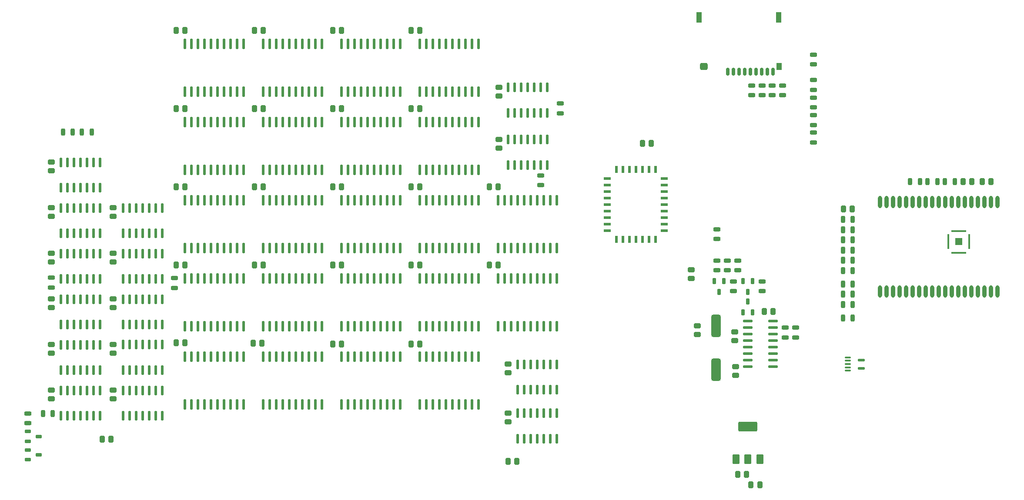
<source format=gtp>
G04 #@! TF.GenerationSoftware,KiCad,Pcbnew,(6.0.2-0)*
G04 #@! TF.CreationDate,2022-04-19T10:06:04-04:00*
G04 #@! TF.ProjectId,NuBus-ESP32,4e754275-732d-4455-9350-33322e6b6963,rev?*
G04 #@! TF.SameCoordinates,Original*
G04 #@! TF.FileFunction,Paste,Top*
G04 #@! TF.FilePolarity,Positive*
%FSLAX46Y46*%
G04 Gerber Fmt 4.6, Leading zero omitted, Abs format (unit mm)*
G04 Created by KiCad (PCBNEW (6.0.2-0)) date 2022-04-19 10:06:04*
%MOMM*%
%LPD*%
G01*
G04 APERTURE LIST*
G04 Aperture macros list*
%AMRoundRect*
0 Rectangle with rounded corners*
0 $1 Rounding radius*
0 $2 $3 $4 $5 $6 $7 $8 $9 X,Y pos of 4 corners*
0 Add a 4 corners polygon primitive as box body*
4,1,4,$2,$3,$4,$5,$6,$7,$8,$9,$2,$3,0*
0 Add four circle primitives for the rounded corners*
1,1,$1+$1,$2,$3*
1,1,$1+$1,$4,$5*
1,1,$1+$1,$6,$7*
1,1,$1+$1,$8,$9*
0 Add four rect primitives between the rounded corners*
20,1,$1+$1,$2,$3,$4,$5,0*
20,1,$1+$1,$4,$5,$6,$7,0*
20,1,$1+$1,$6,$7,$8,$9,0*
20,1,$1+$1,$8,$9,$2,$3,0*%
G04 Aperture macros list end*
%ADD10RoundRect,0.187500X0.487500X-0.212500X0.487500X0.212500X-0.487500X0.212500X-0.487500X-0.212500X0*%
%ADD11RoundRect,0.125000X0.150000X-0.825000X0.150000X0.825000X-0.150000X0.825000X-0.150000X-0.825000X0*%
%ADD12O,0.800000X2.400000*%
%ADD13R,0.400000X2.900000*%
%ADD14R,1.400000X1.400000*%
%ADD15R,2.900000X0.400000*%
%ADD16RoundRect,0.187500X-0.212500X-0.487500X0.212500X-0.487500X0.212500X0.487500X-0.212500X0.487500X0*%
%ADD17RoundRect,0.187500X0.212500X0.487500X-0.212500X0.487500X-0.212500X-0.487500X0.212500X-0.487500X0*%
%ADD18RoundRect,0.237500X-0.262500X-0.437500X0.262500X-0.437500X0.262500X0.437500X-0.262500X0.437500X0*%
%ADD19RoundRect,0.237500X-0.437500X0.262500X-0.437500X-0.262500X0.437500X-0.262500X0.437500X0.262500X0*%
%ADD20RoundRect,0.237500X0.262500X0.437500X-0.262500X0.437500X-0.262500X-0.437500X0.262500X-0.437500X0*%
%ADD21RoundRect,0.125000X0.150000X-0.875000X0.150000X0.875000X-0.150000X0.875000X-0.150000X-0.875000X0*%
%ADD22RoundRect,0.237500X0.437500X-0.262500X0.437500X0.262500X-0.437500X0.262500X-0.437500X-0.262500X0*%
%ADD23RoundRect,0.450000X0.500000X-1.750000X0.500000X1.750000X-0.500000X1.750000X-0.500000X-1.750000X0*%
%ADD24RoundRect,0.125000X-0.825000X-0.150000X0.825000X-0.150000X0.825000X0.150000X-0.825000X0.150000X0*%
%ADD25RoundRect,0.125000X-0.150000X-0.587500X0.150000X-0.587500X0.150000X0.587500X-0.150000X0.587500X0*%
%ADD26RoundRect,0.125000X-0.587500X-0.150000X0.587500X-0.150000X0.587500X0.150000X-0.587500X0.150000X0*%
%ADD27RoundRect,0.030000X0.545000X-0.120000X0.545000X0.120000X-0.545000X0.120000X-0.545000X-0.120000X0*%
%ADD28RoundRect,0.125000X0.525000X-0.150000X0.525000X0.150000X-0.525000X0.150000X-0.525000X-0.150000X0*%
%ADD29RoundRect,0.187500X-0.487500X0.212500X-0.487500X-0.212500X0.487500X-0.212500X0.487500X0.212500X0*%
%ADD30RoundRect,0.250000X0.450000X-0.700000X0.450000X0.700000X-0.450000X0.700000X-0.450000X-0.700000X0*%
%ADD31RoundRect,0.250000X1.600000X-0.700000X1.600000X0.700000X-1.600000X0.700000X-1.600000X-0.700000X0*%
%ADD32RoundRect,0.150000X-0.475000X-0.200000X0.475000X-0.200000X0.475000X0.200000X-0.475000X0.200000X0*%
%ADD33RoundRect,0.150000X0.200000X-0.475000X0.200000X0.475000X-0.200000X0.475000X-0.200000X-0.475000X0*%
%ADD34RoundRect,0.150000X-0.200000X0.475000X-0.200000X-0.475000X0.200000X-0.475000X0.200000X0.475000X0*%
%ADD35RoundRect,0.125000X0.175000X0.625000X-0.175000X0.625000X-0.175000X-0.625000X0.175000X-0.625000X0*%
%ADD36RoundRect,0.325000X0.425000X0.375000X-0.425000X0.375000X-0.425000X-0.375000X0.425000X-0.375000X0*%
%ADD37RoundRect,0.250000X0.300000X0.800000X-0.300000X0.800000X-0.300000X-0.800000X0.300000X-0.800000X0*%
%ADD38RoundRect,0.250000X0.300000X0.450000X-0.300000X0.450000X-0.300000X-0.450000X0.300000X-0.450000X0*%
G04 APERTURE END LIST*
D10*
X206438500Y-85471000D03*
X206438500Y-83571000D03*
D11*
X78740000Y-111060000D03*
X80010000Y-111060000D03*
X81280000Y-111060000D03*
X82550000Y-111060000D03*
X83820000Y-111060000D03*
X85090000Y-111060000D03*
X86360000Y-111060000D03*
X86360000Y-106110000D03*
X85090000Y-106110000D03*
X83820000Y-106110000D03*
X82550000Y-106110000D03*
X81280000Y-106110000D03*
X80010000Y-106110000D03*
X78740000Y-106110000D03*
D12*
X261048500Y-78245000D03*
X259778500Y-78245000D03*
X258508500Y-78245000D03*
X257238500Y-78245000D03*
X255968500Y-78245000D03*
X254698500Y-78245000D03*
X253428500Y-78245000D03*
X252158500Y-78245000D03*
X250888500Y-78245000D03*
X249618500Y-78245000D03*
X248348500Y-78245000D03*
X247078500Y-78245000D03*
X245808500Y-78245000D03*
X244538500Y-78245000D03*
X243268500Y-78245000D03*
X241998500Y-78245000D03*
X240728500Y-78245000D03*
X239458500Y-78245000D03*
X238188500Y-78245000D03*
X238188500Y-95745000D03*
X239458500Y-95745000D03*
X240728500Y-95745000D03*
X241998500Y-95745000D03*
X243268500Y-95745000D03*
X244538500Y-95745000D03*
X245808500Y-95745000D03*
X247078500Y-95745000D03*
X248348500Y-95745000D03*
X249618500Y-95745000D03*
X250888500Y-95745000D03*
X252158500Y-95745000D03*
X253428500Y-95745000D03*
X254698500Y-95745000D03*
X255968500Y-95745000D03*
X257238500Y-95745000D03*
X258508500Y-95745000D03*
X259778500Y-95745000D03*
X261048500Y-95745000D03*
D13*
X251486500Y-85995000D03*
D14*
X253518500Y-85995000D03*
D13*
X255550500Y-85995000D03*
D15*
X253518500Y-88154000D03*
X253518500Y-83963000D03*
D10*
X225171000Y-63246000D03*
X225171000Y-61346000D03*
D16*
X230950000Y-81650000D03*
X232850000Y-81650000D03*
D17*
X232850000Y-100850000D03*
X230950000Y-100850000D03*
D18*
X165735000Y-128778000D03*
X167435000Y-128778000D03*
D16*
X82809000Y-64643000D03*
X84709000Y-64643000D03*
D19*
X76835000Y-97155000D03*
X76835000Y-98855000D03*
X76835000Y-88265000D03*
X76835000Y-89965000D03*
D20*
X148590000Y-44831000D03*
X146890000Y-44831000D03*
D21*
X118110000Y-117680000D03*
X119380000Y-117680000D03*
X120650000Y-117680000D03*
X121920000Y-117680000D03*
X123190000Y-117680000D03*
X124460000Y-117680000D03*
X125730000Y-117680000D03*
X127000000Y-117680000D03*
X128270000Y-117680000D03*
X129540000Y-117680000D03*
X129540000Y-108380000D03*
X128270000Y-108380000D03*
X127000000Y-108380000D03*
X125730000Y-108380000D03*
X124460000Y-108380000D03*
X123190000Y-108380000D03*
X121920000Y-108380000D03*
X120650000Y-108380000D03*
X119380000Y-108380000D03*
X118110000Y-108380000D03*
D20*
X163830000Y-90551000D03*
X162130000Y-90551000D03*
X163830000Y-75311000D03*
X162130000Y-75311000D03*
D21*
X102870000Y-87200000D03*
X104140000Y-87200000D03*
X105410000Y-87200000D03*
X106680000Y-87200000D03*
X107950000Y-87200000D03*
X109220000Y-87200000D03*
X110490000Y-87200000D03*
X111760000Y-87200000D03*
X113030000Y-87200000D03*
X114300000Y-87200000D03*
X114300000Y-77900000D03*
X113030000Y-77900000D03*
X111760000Y-77900000D03*
X110490000Y-77900000D03*
X109220000Y-77900000D03*
X107950000Y-77900000D03*
X106680000Y-77900000D03*
X105410000Y-77900000D03*
X104140000Y-77900000D03*
X102870000Y-77900000D03*
X102870000Y-117680000D03*
X104140000Y-117680000D03*
X105410000Y-117680000D03*
X106680000Y-117680000D03*
X107950000Y-117680000D03*
X109220000Y-117680000D03*
X110490000Y-117680000D03*
X111760000Y-117680000D03*
X113030000Y-117680000D03*
X114300000Y-117680000D03*
X114300000Y-108380000D03*
X113030000Y-108380000D03*
X111760000Y-108380000D03*
X110490000Y-108380000D03*
X109220000Y-108380000D03*
X107950000Y-108380000D03*
X106680000Y-108380000D03*
X105410000Y-108380000D03*
X104140000Y-108380000D03*
X102870000Y-108380000D03*
X163830000Y-87200000D03*
X165100000Y-87200000D03*
X166370000Y-87200000D03*
X167640000Y-87200000D03*
X168910000Y-87200000D03*
X170180000Y-87200000D03*
X171450000Y-87200000D03*
X172720000Y-87200000D03*
X173990000Y-87200000D03*
X175260000Y-87200000D03*
X175260000Y-77900000D03*
X173990000Y-77900000D03*
X172720000Y-77900000D03*
X171450000Y-77900000D03*
X170180000Y-77900000D03*
X168910000Y-77900000D03*
X167640000Y-77900000D03*
X166370000Y-77900000D03*
X165100000Y-77900000D03*
X163830000Y-77900000D03*
D17*
X232850000Y-98250000D03*
X230950000Y-98250000D03*
D11*
X78740000Y-119950000D03*
X80010000Y-119950000D03*
X81280000Y-119950000D03*
X82550000Y-119950000D03*
X83820000Y-119950000D03*
X85090000Y-119950000D03*
X86360000Y-119950000D03*
X86360000Y-115000000D03*
X85090000Y-115000000D03*
X83820000Y-115000000D03*
X82550000Y-115000000D03*
X81280000Y-115000000D03*
X80010000Y-115000000D03*
X78740000Y-115000000D03*
X165735000Y-60895000D03*
X167005000Y-60895000D03*
X168275000Y-60895000D03*
X169545000Y-60895000D03*
X170815000Y-60895000D03*
X172085000Y-60895000D03*
X173355000Y-60895000D03*
X173355000Y-55945000D03*
X172085000Y-55945000D03*
X170815000Y-55945000D03*
X169545000Y-55945000D03*
X168275000Y-55945000D03*
X167005000Y-55945000D03*
X165735000Y-55945000D03*
D19*
X163957000Y-66040000D03*
X163957000Y-67740000D03*
D11*
X165735000Y-71055000D03*
X167005000Y-71055000D03*
X168275000Y-71055000D03*
X169545000Y-71055000D03*
X170815000Y-71055000D03*
X172085000Y-71055000D03*
X173355000Y-71055000D03*
X173355000Y-66105000D03*
X172085000Y-66105000D03*
X170815000Y-66105000D03*
X169545000Y-66105000D03*
X168275000Y-66105000D03*
X167005000Y-66105000D03*
X165735000Y-66105000D03*
D21*
X148590000Y-117680000D03*
X149860000Y-117680000D03*
X151130000Y-117680000D03*
X152400000Y-117680000D03*
X153670000Y-117680000D03*
X154940000Y-117680000D03*
X156210000Y-117680000D03*
X157480000Y-117680000D03*
X158750000Y-117680000D03*
X160020000Y-117680000D03*
X160020000Y-108380000D03*
X158750000Y-108380000D03*
X157480000Y-108380000D03*
X156210000Y-108380000D03*
X154940000Y-108380000D03*
X153670000Y-108380000D03*
X152400000Y-108380000D03*
X151130000Y-108380000D03*
X149860000Y-108380000D03*
X148590000Y-108380000D03*
D19*
X163957000Y-55880000D03*
X163957000Y-57580000D03*
D18*
X191897000Y-66802000D03*
X193597000Y-66802000D03*
D20*
X88480000Y-124460000D03*
X86780000Y-124460000D03*
D21*
X133350000Y-71960000D03*
X134620000Y-71960000D03*
X135890000Y-71960000D03*
X137160000Y-71960000D03*
X138430000Y-71960000D03*
X139700000Y-71960000D03*
X140970000Y-71960000D03*
X142240000Y-71960000D03*
X143510000Y-71960000D03*
X144780000Y-71960000D03*
X144780000Y-62660000D03*
X143510000Y-62660000D03*
X142240000Y-62660000D03*
X140970000Y-62660000D03*
X139700000Y-62660000D03*
X138430000Y-62660000D03*
X137160000Y-62660000D03*
X135890000Y-62660000D03*
X134620000Y-62660000D03*
X133350000Y-62660000D03*
D19*
X165735000Y-119380000D03*
X165735000Y-121080000D03*
X165735000Y-109855000D03*
X165735000Y-111555000D03*
D20*
X117856000Y-105791000D03*
X116156000Y-105791000D03*
X118110000Y-90551000D03*
X116410000Y-90551000D03*
X133350000Y-90551000D03*
X131650000Y-90551000D03*
X148590000Y-90551000D03*
X146890000Y-90551000D03*
X133350000Y-105918000D03*
X131650000Y-105918000D03*
D22*
X209867500Y-105283000D03*
X209867500Y-103583000D03*
D23*
X206216000Y-110919000D03*
X206216000Y-102419000D03*
D11*
X90805000Y-84390000D03*
X92075000Y-84390000D03*
X93345000Y-84390000D03*
X94615000Y-84390000D03*
X95885000Y-84390000D03*
X97155000Y-84390000D03*
X98425000Y-84390000D03*
X98425000Y-79440000D03*
X97155000Y-79440000D03*
X95885000Y-79440000D03*
X94615000Y-79440000D03*
X93345000Y-79440000D03*
X92075000Y-79440000D03*
X90805000Y-79440000D03*
D20*
X118110000Y-75311000D03*
X116410000Y-75311000D03*
D21*
X102870000Y-102440000D03*
X104140000Y-102440000D03*
X105410000Y-102440000D03*
X106680000Y-102440000D03*
X107950000Y-102440000D03*
X109220000Y-102440000D03*
X110490000Y-102440000D03*
X111760000Y-102440000D03*
X113030000Y-102440000D03*
X114300000Y-102440000D03*
X114300000Y-93140000D03*
X113030000Y-93140000D03*
X111760000Y-93140000D03*
X110490000Y-93140000D03*
X109220000Y-93140000D03*
X107950000Y-93140000D03*
X106680000Y-93140000D03*
X105410000Y-93140000D03*
X104140000Y-93140000D03*
X102870000Y-93140000D03*
D20*
X102870000Y-75311000D03*
X101170000Y-75311000D03*
X148590000Y-105918000D03*
X146890000Y-105918000D03*
D11*
X78740000Y-102170000D03*
X80010000Y-102170000D03*
X81280000Y-102170000D03*
X82550000Y-102170000D03*
X83820000Y-102170000D03*
X85090000Y-102170000D03*
X86360000Y-102170000D03*
X86360000Y-97220000D03*
X85090000Y-97220000D03*
X83820000Y-97220000D03*
X82550000Y-97220000D03*
X81280000Y-97220000D03*
X80010000Y-97220000D03*
X78740000Y-97220000D03*
D20*
X259778500Y-74295000D03*
X258078500Y-74295000D03*
D18*
X254317500Y-74295000D03*
X256017500Y-74295000D03*
D21*
X118110000Y-87200000D03*
X119380000Y-87200000D03*
X120650000Y-87200000D03*
X121920000Y-87200000D03*
X123190000Y-87200000D03*
X124460000Y-87200000D03*
X125730000Y-87200000D03*
X127000000Y-87200000D03*
X128270000Y-87200000D03*
X129540000Y-87200000D03*
X129540000Y-77900000D03*
X128270000Y-77900000D03*
X127000000Y-77900000D03*
X125730000Y-77900000D03*
X124460000Y-77900000D03*
X123190000Y-77900000D03*
X121920000Y-77900000D03*
X120650000Y-77900000D03*
X119380000Y-77900000D03*
X118110000Y-77900000D03*
D19*
X76835000Y-114935000D03*
X76835000Y-116635000D03*
D11*
X90805000Y-102170000D03*
X92075000Y-102170000D03*
X93345000Y-102170000D03*
X94615000Y-102170000D03*
X95885000Y-102170000D03*
X97155000Y-102170000D03*
X98425000Y-102170000D03*
X98425000Y-97220000D03*
X97155000Y-97220000D03*
X95885000Y-97220000D03*
X94615000Y-97220000D03*
X93345000Y-97220000D03*
X92075000Y-97220000D03*
X90805000Y-97220000D03*
X78740000Y-84390000D03*
X80010000Y-84390000D03*
X81280000Y-84390000D03*
X82550000Y-84390000D03*
X83820000Y-84390000D03*
X85090000Y-84390000D03*
X86360000Y-84390000D03*
X86360000Y-79440000D03*
X85090000Y-79440000D03*
X83820000Y-79440000D03*
X82550000Y-79440000D03*
X81280000Y-79440000D03*
X80010000Y-79440000D03*
X78740000Y-79440000D03*
X78740000Y-93280000D03*
X80010000Y-93280000D03*
X81280000Y-93280000D03*
X82550000Y-93280000D03*
X83820000Y-93280000D03*
X85090000Y-93280000D03*
X86360000Y-93280000D03*
X86360000Y-88330000D03*
X85090000Y-88330000D03*
X83820000Y-88330000D03*
X82550000Y-88330000D03*
X81280000Y-88330000D03*
X80010000Y-88330000D03*
X78740000Y-88330000D03*
D19*
X88900000Y-97155000D03*
X88900000Y-98855000D03*
X76835000Y-70485000D03*
X76835000Y-72185000D03*
D24*
X212409000Y-101473000D03*
X212409000Y-102743000D03*
X212409000Y-104013000D03*
X212409000Y-105283000D03*
X212409000Y-106553000D03*
X212409000Y-107823000D03*
X212409000Y-109093000D03*
X212409000Y-110363000D03*
X217359000Y-110363000D03*
X217359000Y-109093000D03*
X217359000Y-107823000D03*
X217359000Y-106553000D03*
X217359000Y-105283000D03*
X217359000Y-104013000D03*
X217359000Y-102743000D03*
X217359000Y-101473000D03*
D21*
X133350000Y-87200000D03*
X134620000Y-87200000D03*
X135890000Y-87200000D03*
X137160000Y-87200000D03*
X138430000Y-87200000D03*
X139700000Y-87200000D03*
X140970000Y-87200000D03*
X142240000Y-87200000D03*
X143510000Y-87200000D03*
X144780000Y-87200000D03*
X144780000Y-77900000D03*
X143510000Y-77900000D03*
X142240000Y-77900000D03*
X140970000Y-77900000D03*
X139700000Y-77900000D03*
X138430000Y-77900000D03*
X137160000Y-77900000D03*
X135890000Y-77900000D03*
X134620000Y-77900000D03*
X133350000Y-77900000D03*
D20*
X214750000Y-133350000D03*
X213050000Y-133350000D03*
X217360500Y-99631500D03*
X215660500Y-99631500D03*
D19*
X202565000Y-102362000D03*
X202565000Y-104062000D03*
D21*
X118110000Y-102440000D03*
X119380000Y-102440000D03*
X120650000Y-102440000D03*
X121920000Y-102440000D03*
X123190000Y-102440000D03*
X124460000Y-102440000D03*
X125730000Y-102440000D03*
X127000000Y-102440000D03*
X128270000Y-102440000D03*
X129540000Y-102440000D03*
X129540000Y-93140000D03*
X128270000Y-93140000D03*
X127000000Y-93140000D03*
X125730000Y-93140000D03*
X124460000Y-93140000D03*
X123190000Y-93140000D03*
X121920000Y-93140000D03*
X120650000Y-93140000D03*
X119380000Y-93140000D03*
X118110000Y-93140000D03*
X133350000Y-102440000D03*
X134620000Y-102440000D03*
X135890000Y-102440000D03*
X137160000Y-102440000D03*
X138430000Y-102440000D03*
X139700000Y-102440000D03*
X140970000Y-102440000D03*
X142240000Y-102440000D03*
X143510000Y-102440000D03*
X144780000Y-102440000D03*
X144780000Y-93140000D03*
X143510000Y-93140000D03*
X142240000Y-93140000D03*
X140970000Y-93140000D03*
X139700000Y-93140000D03*
X138430000Y-93140000D03*
X137160000Y-93140000D03*
X135890000Y-93140000D03*
X134620000Y-93140000D03*
X133350000Y-93140000D03*
D11*
X167640000Y-114870000D03*
X168910000Y-114870000D03*
X170180000Y-114870000D03*
X171450000Y-114870000D03*
X172720000Y-114870000D03*
X173990000Y-114870000D03*
X175260000Y-114870000D03*
X175260000Y-109920000D03*
X173990000Y-109920000D03*
X172720000Y-109920000D03*
X171450000Y-109920000D03*
X170180000Y-109920000D03*
X168910000Y-109920000D03*
X167640000Y-109920000D03*
D19*
X76835000Y-106045000D03*
X76835000Y-107745000D03*
X88900000Y-106045000D03*
X88900000Y-107745000D03*
X88900000Y-114935000D03*
X88900000Y-116635000D03*
D11*
X90805000Y-119950000D03*
X92075000Y-119950000D03*
X93345000Y-119950000D03*
X94615000Y-119950000D03*
X95885000Y-119950000D03*
X97155000Y-119950000D03*
X98425000Y-119950000D03*
X98425000Y-115000000D03*
X97155000Y-115000000D03*
X95885000Y-115000000D03*
X94615000Y-115000000D03*
X93345000Y-115000000D03*
X92075000Y-115000000D03*
X90805000Y-115000000D03*
D20*
X212150000Y-131350000D03*
X210450000Y-131350000D03*
D17*
X232850000Y-96250000D03*
X230950000Y-96250000D03*
D19*
X76835000Y-79375000D03*
X76835000Y-81075000D03*
D25*
X190627000Y-71902500D03*
X189357000Y-71902500D03*
X188087000Y-71902500D03*
X186817000Y-71902500D03*
D26*
X185064500Y-73660000D03*
X185064500Y-74930000D03*
X185064500Y-76200000D03*
X185064500Y-77470000D03*
X185064500Y-78740000D03*
X185064500Y-80010000D03*
X185064500Y-81280000D03*
X185064500Y-82550000D03*
X185064500Y-83820000D03*
D25*
X186817000Y-85577500D03*
X188087000Y-85577500D03*
X189357000Y-85577500D03*
X190627000Y-85577500D03*
X191897000Y-85577500D03*
X193167000Y-85577500D03*
X194437000Y-85577500D03*
D26*
X196189500Y-83820000D03*
X196189500Y-82550000D03*
X196189500Y-81280000D03*
X196189500Y-80010000D03*
X196189500Y-78740000D03*
X196189500Y-77470000D03*
X196189500Y-76200000D03*
X196189500Y-74930000D03*
X196189500Y-73660000D03*
D25*
X194437000Y-71902500D03*
X193167000Y-71902500D03*
X191897000Y-71902500D03*
D19*
X88900000Y-79375000D03*
X88900000Y-81075000D03*
X88900000Y-88265000D03*
X88900000Y-89965000D03*
D20*
X102870000Y-105664000D03*
X101170000Y-105664000D03*
X102870000Y-90551000D03*
X101170000Y-90551000D03*
X133350000Y-60071000D03*
X131650000Y-60071000D03*
X148590000Y-60071000D03*
X146890000Y-60071000D03*
X148590000Y-75311000D03*
X146890000Y-75311000D03*
X133350000Y-75311000D03*
X131650000Y-75311000D03*
X102870000Y-60071000D03*
X101170000Y-60071000D03*
X118110000Y-60071000D03*
X116410000Y-60071000D03*
X102870000Y-44831000D03*
X101170000Y-44831000D03*
X118110000Y-44831000D03*
X116410000Y-44831000D03*
X133350000Y-44831000D03*
X131650000Y-44831000D03*
D17*
X77150000Y-119507000D03*
X75250000Y-119507000D03*
D11*
X78740000Y-75500000D03*
X80010000Y-75500000D03*
X81280000Y-75500000D03*
X82550000Y-75500000D03*
X83820000Y-75500000D03*
X85090000Y-75500000D03*
X86360000Y-75500000D03*
X86360000Y-70550000D03*
X85090000Y-70550000D03*
X83820000Y-70550000D03*
X82550000Y-70550000D03*
X81280000Y-70550000D03*
X80010000Y-70550000D03*
X78740000Y-70550000D03*
D10*
X76835000Y-94930000D03*
X76835000Y-93030000D03*
D21*
X102870000Y-71960000D03*
X104140000Y-71960000D03*
X105410000Y-71960000D03*
X106680000Y-71960000D03*
X107950000Y-71960000D03*
X109220000Y-71960000D03*
X110490000Y-71960000D03*
X111760000Y-71960000D03*
X113030000Y-71960000D03*
X114300000Y-71960000D03*
X114300000Y-62660000D03*
X113030000Y-62660000D03*
X111760000Y-62660000D03*
X110490000Y-62660000D03*
X109220000Y-62660000D03*
X107950000Y-62660000D03*
X106680000Y-62660000D03*
X105410000Y-62660000D03*
X104140000Y-62660000D03*
X102870000Y-62660000D03*
D11*
X90805000Y-93280000D03*
X92075000Y-93280000D03*
X93345000Y-93280000D03*
X94615000Y-93280000D03*
X95885000Y-93280000D03*
X97155000Y-93280000D03*
X98425000Y-93280000D03*
X98425000Y-88330000D03*
X97155000Y-88330000D03*
X95885000Y-88330000D03*
X94615000Y-88330000D03*
X93345000Y-88330000D03*
X92075000Y-88330000D03*
X90805000Y-88330000D03*
D21*
X118110000Y-71960000D03*
X119380000Y-71960000D03*
X120650000Y-71960000D03*
X121920000Y-71960000D03*
X123190000Y-71960000D03*
X124460000Y-71960000D03*
X125730000Y-71960000D03*
X127000000Y-71960000D03*
X128270000Y-71960000D03*
X129540000Y-71960000D03*
X129540000Y-62660000D03*
X128270000Y-62660000D03*
X127000000Y-62660000D03*
X125730000Y-62660000D03*
X124460000Y-62660000D03*
X123190000Y-62660000D03*
X121920000Y-62660000D03*
X120650000Y-62660000D03*
X119380000Y-62660000D03*
X118110000Y-62660000D03*
D27*
X231875000Y-111150000D03*
X231875000Y-110500000D03*
X231875000Y-109850000D03*
X231875000Y-109200000D03*
X231875000Y-108550000D03*
D28*
X234525000Y-110650000D03*
X234525000Y-109050000D03*
D19*
X201422000Y-91440000D03*
X201422000Y-93140000D03*
D21*
X148590000Y-56720000D03*
X149860000Y-56720000D03*
X151130000Y-56720000D03*
X152400000Y-56720000D03*
X153670000Y-56720000D03*
X154940000Y-56720000D03*
X156210000Y-56720000D03*
X157480000Y-56720000D03*
X158750000Y-56720000D03*
X160020000Y-56720000D03*
X160020000Y-47420000D03*
X158750000Y-47420000D03*
X157480000Y-47420000D03*
X156210000Y-47420000D03*
X154940000Y-47420000D03*
X153670000Y-47420000D03*
X152400000Y-47420000D03*
X151130000Y-47420000D03*
X149860000Y-47420000D03*
X148590000Y-47420000D03*
X133350000Y-56720000D03*
X134620000Y-56720000D03*
X135890000Y-56720000D03*
X137160000Y-56720000D03*
X138430000Y-56720000D03*
X139700000Y-56720000D03*
X140970000Y-56720000D03*
X142240000Y-56720000D03*
X143510000Y-56720000D03*
X144780000Y-56720000D03*
X144780000Y-47420000D03*
X143510000Y-47420000D03*
X142240000Y-47420000D03*
X140970000Y-47420000D03*
X139700000Y-47420000D03*
X138430000Y-47420000D03*
X137160000Y-47420000D03*
X135890000Y-47420000D03*
X134620000Y-47420000D03*
X133350000Y-47420000D03*
X118110000Y-56720000D03*
X119380000Y-56720000D03*
X120650000Y-56720000D03*
X121920000Y-56720000D03*
X123190000Y-56720000D03*
X124460000Y-56720000D03*
X125730000Y-56720000D03*
X127000000Y-56720000D03*
X128270000Y-56720000D03*
X129540000Y-56720000D03*
X129540000Y-47420000D03*
X128270000Y-47420000D03*
X127000000Y-47420000D03*
X125730000Y-47420000D03*
X124460000Y-47420000D03*
X123190000Y-47420000D03*
X121920000Y-47420000D03*
X120650000Y-47420000D03*
X119380000Y-47420000D03*
X118110000Y-47420000D03*
X102870000Y-56720000D03*
X104140000Y-56720000D03*
X105410000Y-56720000D03*
X106680000Y-56720000D03*
X107950000Y-56720000D03*
X109220000Y-56720000D03*
X110490000Y-56720000D03*
X111760000Y-56720000D03*
X113030000Y-56720000D03*
X114300000Y-56720000D03*
X114300000Y-47420000D03*
X113030000Y-47420000D03*
X111760000Y-47420000D03*
X110490000Y-47420000D03*
X109220000Y-47420000D03*
X107950000Y-47420000D03*
X106680000Y-47420000D03*
X105410000Y-47420000D03*
X104140000Y-47420000D03*
X102870000Y-47420000D03*
X148590000Y-71960000D03*
X149860000Y-71960000D03*
X151130000Y-71960000D03*
X152400000Y-71960000D03*
X153670000Y-71960000D03*
X154940000Y-71960000D03*
X156210000Y-71960000D03*
X157480000Y-71960000D03*
X158750000Y-71960000D03*
X160020000Y-71960000D03*
X160020000Y-62660000D03*
X158750000Y-62660000D03*
X157480000Y-62660000D03*
X156210000Y-62660000D03*
X154940000Y-62660000D03*
X153670000Y-62660000D03*
X152400000Y-62660000D03*
X151130000Y-62660000D03*
X149860000Y-62660000D03*
X148590000Y-62660000D03*
D17*
X232850000Y-89650000D03*
X230950000Y-89650000D03*
D29*
X225171000Y-49535000D03*
X225171000Y-51435000D03*
X225171000Y-57912000D03*
X225171000Y-59812000D03*
D16*
X230950000Y-87650000D03*
X232850000Y-87650000D03*
D10*
X225171000Y-56383000D03*
X225171000Y-54483000D03*
D16*
X230950000Y-85650000D03*
X232850000Y-85650000D03*
D10*
X219200000Y-57450000D03*
X219200000Y-55550000D03*
X213200000Y-57450000D03*
X213200000Y-55550000D03*
X217200000Y-57450000D03*
X217200000Y-55550000D03*
X215200000Y-57450000D03*
X215200000Y-55550000D03*
D17*
X245908000Y-74275000D03*
X244008000Y-74275000D03*
D10*
X72300000Y-121400000D03*
X72300000Y-119500000D03*
D16*
X250808000Y-74275000D03*
X252708000Y-74275000D03*
D20*
X232750000Y-79650000D03*
X231050000Y-79650000D03*
D10*
X221742000Y-104643000D03*
X221742000Y-102743000D03*
X209614000Y-95650000D03*
X209614000Y-93750000D03*
X215214000Y-95650000D03*
X215214000Y-93750000D03*
X225171000Y-66647000D03*
X225171000Y-64747000D03*
D17*
X232850000Y-94250000D03*
X230950000Y-94250000D03*
D16*
X230950000Y-91650000D03*
X232850000Y-91650000D03*
D29*
X219710000Y-102743000D03*
X219710000Y-104643000D03*
D30*
X210150000Y-128350000D03*
D31*
X212450000Y-122050000D03*
D30*
X212450000Y-128350000D03*
X214750000Y-128350000D03*
D16*
X230950000Y-83650000D03*
X232850000Y-83650000D03*
D17*
X249308000Y-74275000D03*
X247408000Y-74275000D03*
D32*
X72300000Y-126600000D03*
X72300000Y-128500000D03*
X74400000Y-127550000D03*
X72300000Y-123000000D03*
X72300000Y-124900000D03*
X74400000Y-123950000D03*
D33*
X211464000Y-99750000D03*
X213364000Y-99750000D03*
X212414000Y-97650000D03*
D34*
X207764000Y-93650000D03*
X205864000Y-93650000D03*
X206814000Y-95750000D03*
X213364000Y-93650000D03*
X211464000Y-93650000D03*
X212414000Y-95750000D03*
D35*
X208500000Y-52850000D03*
X209600000Y-52850000D03*
X210700000Y-52850000D03*
X211800000Y-52850000D03*
X212900000Y-52850000D03*
X214000000Y-52850000D03*
X215100000Y-52850000D03*
X216200000Y-52850000D03*
X217300000Y-52850000D03*
D36*
X203850000Y-51850000D03*
D37*
X218450000Y-42250000D03*
X202950000Y-42250000D03*
D38*
X218500000Y-51850000D03*
D19*
X210058000Y-110363000D03*
X210058000Y-112063000D03*
D21*
X148590000Y-87200000D03*
X149860000Y-87200000D03*
X151130000Y-87200000D03*
X152400000Y-87200000D03*
X153670000Y-87200000D03*
X154940000Y-87200000D03*
X156210000Y-87200000D03*
X157480000Y-87200000D03*
X158750000Y-87200000D03*
X160020000Y-87200000D03*
X160020000Y-77900000D03*
X158750000Y-77900000D03*
X157480000Y-77900000D03*
X156210000Y-77900000D03*
X154940000Y-77900000D03*
X153670000Y-77900000D03*
X152400000Y-77900000D03*
X151130000Y-77900000D03*
X149860000Y-77900000D03*
X148590000Y-77900000D03*
D11*
X167640000Y-124395000D03*
X168910000Y-124395000D03*
X170180000Y-124395000D03*
X171450000Y-124395000D03*
X172720000Y-124395000D03*
X173990000Y-124395000D03*
X175260000Y-124395000D03*
X175260000Y-119445000D03*
X173990000Y-119445000D03*
X172720000Y-119445000D03*
X171450000Y-119445000D03*
X170180000Y-119445000D03*
X168910000Y-119445000D03*
X167640000Y-119445000D03*
X90805000Y-110995000D03*
X92075000Y-110995000D03*
X93345000Y-110995000D03*
X94615000Y-110995000D03*
X95885000Y-110995000D03*
X97155000Y-110995000D03*
X98425000Y-110995000D03*
X98425000Y-106045000D03*
X97155000Y-106045000D03*
X95885000Y-106045000D03*
X94615000Y-106045000D03*
X93345000Y-106045000D03*
X92075000Y-106045000D03*
X90805000Y-106045000D03*
D21*
X133350000Y-117680000D03*
X134620000Y-117680000D03*
X135890000Y-117680000D03*
X137160000Y-117680000D03*
X138430000Y-117680000D03*
X139700000Y-117680000D03*
X140970000Y-117680000D03*
X142240000Y-117680000D03*
X143510000Y-117680000D03*
X144780000Y-117680000D03*
X144780000Y-108380000D03*
X143510000Y-108380000D03*
X142240000Y-108380000D03*
X140970000Y-108380000D03*
X139700000Y-108380000D03*
X138430000Y-108380000D03*
X137160000Y-108380000D03*
X135890000Y-108380000D03*
X134620000Y-108380000D03*
X133350000Y-108380000D03*
X163830000Y-102440000D03*
X165100000Y-102440000D03*
X166370000Y-102440000D03*
X167640000Y-102440000D03*
X168910000Y-102440000D03*
X170180000Y-102440000D03*
X171450000Y-102440000D03*
X172720000Y-102440000D03*
X173990000Y-102440000D03*
X175260000Y-102440000D03*
X175260000Y-93140000D03*
X173990000Y-93140000D03*
X172720000Y-93140000D03*
X171450000Y-93140000D03*
X170180000Y-93140000D03*
X168910000Y-93140000D03*
X167640000Y-93140000D03*
X166370000Y-93140000D03*
X165100000Y-93140000D03*
X163830000Y-93140000D03*
X148590000Y-102440000D03*
X149860000Y-102440000D03*
X151130000Y-102440000D03*
X152400000Y-102440000D03*
X153670000Y-102440000D03*
X154940000Y-102440000D03*
X156210000Y-102440000D03*
X157480000Y-102440000D03*
X158750000Y-102440000D03*
X160020000Y-102440000D03*
X160020000Y-93140000D03*
X158750000Y-93140000D03*
X157480000Y-93140000D03*
X156210000Y-93140000D03*
X154940000Y-93140000D03*
X153670000Y-93140000D03*
X152400000Y-93140000D03*
X151130000Y-93140000D03*
X149860000Y-93140000D03*
X148590000Y-93140000D03*
D29*
X175895000Y-59055000D03*
X175895000Y-60955000D03*
D10*
X172085000Y-74991000D03*
X172085000Y-73091000D03*
D17*
X81021000Y-64643000D03*
X79121000Y-64643000D03*
D10*
X210439000Y-91562000D03*
X210439000Y-89662000D03*
D29*
X206375000Y-89662000D03*
X206375000Y-91562000D03*
D10*
X208407000Y-91562000D03*
X208407000Y-89662000D03*
D29*
X100838000Y-93091000D03*
X100838000Y-94991000D03*
M02*

</source>
